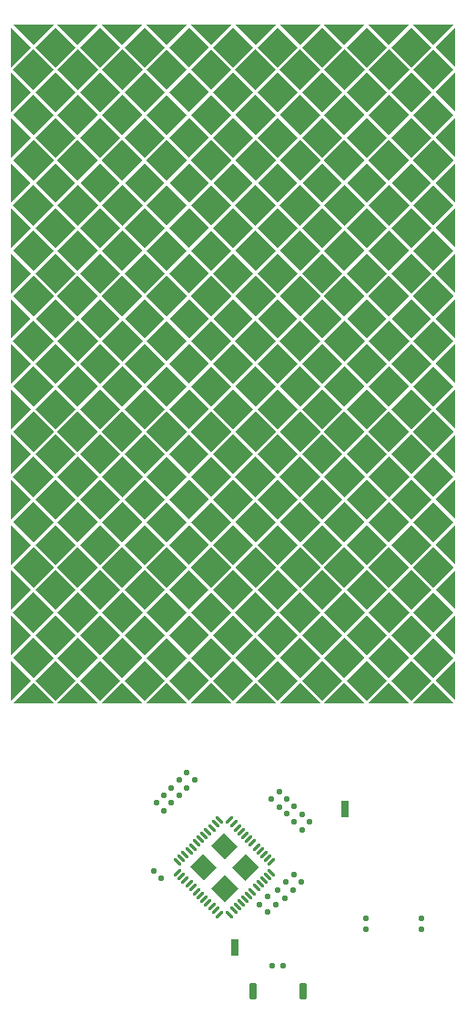
<source format=gtp>
G04*
G04 #@! TF.GenerationSoftware,Altium Limited,Altium Designer,23.8.1 (32)*
G04*
G04 Layer_Color=8421504*
%FSLAX44Y44*%
%MOMM*%
G71*
G04*
G04 #@! TF.SameCoordinates,2FF213BD-71F3-435E-98A3-311B6935AF75*
G04*
G04*
G04 #@! TF.FilePolarity,Positive*
G04*
G01*
G75*
G04:AMPARAMS|DCode=15|XSize=0.27mm|YSize=0.86mm|CornerRadius=0.0338mm|HoleSize=0mm|Usage=FLASHONLY|Rotation=135.000|XOffset=0mm|YOffset=0mm|HoleType=Round|Shape=RoundedRectangle|*
%AMROUNDEDRECTD15*
21,1,0.2700,0.7925,0,0,135.0*
21,1,0.2025,0.8600,0,0,135.0*
1,1,0.0675,0.2086,0.3518*
1,1,0.0675,0.3518,0.2086*
1,1,0.0675,-0.2086,-0.3518*
1,1,0.0675,-0.3518,-0.2086*
%
%ADD15ROUNDEDRECTD15*%
G04:AMPARAMS|DCode=16|XSize=0.86mm|YSize=0.27mm|CornerRadius=0.0338mm|HoleSize=0mm|Usage=FLASHONLY|Rotation=135.000|XOffset=0mm|YOffset=0mm|HoleType=Round|Shape=RoundedRectangle|*
%AMROUNDEDRECTD16*
21,1,0.8600,0.2025,0,0,135.0*
21,1,0.7925,0.2700,0,0,135.0*
1,1,0.0675,-0.2086,0.3518*
1,1,0.0675,0.3518,-0.2086*
1,1,0.0675,0.2086,-0.3518*
1,1,0.0675,-0.3518,0.2086*
%
%ADD16ROUNDEDRECTD16*%
G04:AMPARAMS|DCode=17|XSize=1.6mm|YSize=0.7mm|CornerRadius=0.175mm|HoleSize=0mm|Usage=FLASHONLY|Rotation=90.000|XOffset=0mm|YOffset=0mm|HoleType=Round|Shape=RoundedRectangle|*
%AMROUNDEDRECTD17*
21,1,1.6000,0.3500,0,0,90.0*
21,1,1.2500,0.7000,0,0,90.0*
1,1,0.3500,0.1750,0.6250*
1,1,0.3500,0.1750,-0.6250*
1,1,0.3500,-0.1750,-0.6250*
1,1,0.3500,-0.1750,0.6250*
%
%ADD17ROUNDEDRECTD17*%
G04:AMPARAMS|DCode=18|XSize=0.5mm|YSize=0.5mm|CornerRadius=0.125mm|HoleSize=0mm|Usage=FLASHONLY|Rotation=270.000|XOffset=0mm|YOffset=0mm|HoleType=Round|Shape=RoundedRectangle|*
%AMROUNDEDRECTD18*
21,1,0.5000,0.2500,0,0,270.0*
21,1,0.2500,0.5000,0,0,270.0*
1,1,0.2500,-0.1250,-0.1250*
1,1,0.2500,-0.1250,0.1250*
1,1,0.2500,0.1250,0.1250*
1,1,0.2500,0.1250,-0.1250*
%
%ADD18ROUNDEDRECTD18*%
G04:AMPARAMS|DCode=19|XSize=0.5mm|YSize=0.5mm|CornerRadius=0.125mm|HoleSize=0mm|Usage=FLASHONLY|Rotation=45.000|XOffset=0mm|YOffset=0mm|HoleType=Round|Shape=RoundedRectangle|*
%AMROUNDEDRECTD19*
21,1,0.5000,0.2500,0,0,45.0*
21,1,0.2500,0.5000,0,0,45.0*
1,1,0.2500,0.1768,0.0000*
1,1,0.2500,0.0000,-0.1768*
1,1,0.2500,-0.1768,0.0000*
1,1,0.2500,0.0000,0.1768*
%
%ADD19ROUNDEDRECTD19*%
G04:AMPARAMS|DCode=20|XSize=0.5mm|YSize=0.5mm|CornerRadius=0.125mm|HoleSize=0mm|Usage=FLASHONLY|Rotation=135.000|XOffset=0mm|YOffset=0mm|HoleType=Round|Shape=RoundedRectangle|*
%AMROUNDEDRECTD20*
21,1,0.5000,0.2500,0,0,135.0*
21,1,0.2500,0.5000,0,0,135.0*
1,1,0.2500,0.0000,0.1768*
1,1,0.2500,0.1768,0.0000*
1,1,0.2500,0.0000,-0.1768*
1,1,0.2500,-0.1768,0.0000*
%
%ADD20ROUNDEDRECTD20*%
G04:AMPARAMS|DCode=21|XSize=0.5mm|YSize=0.5mm|CornerRadius=0.125mm|HoleSize=0mm|Usage=FLASHONLY|Rotation=180.000|XOffset=0mm|YOffset=0mm|HoleType=Round|Shape=RoundedRectangle|*
%AMROUNDEDRECTD21*
21,1,0.5000,0.2500,0,0,180.0*
21,1,0.2500,0.5000,0,0,180.0*
1,1,0.2500,-0.1250,0.1250*
1,1,0.2500,0.1250,0.1250*
1,1,0.2500,0.1250,-0.1250*
1,1,0.2500,-0.1250,-0.1250*
%
%ADD21ROUNDEDRECTD21*%
%ADD22R,0.6858X1.5748*%
G36*
X552503Y906057D02*
X533603Y924957D01*
X571403D01*
X552503Y906057D01*
D02*
G37*
G36*
X511163D02*
X492263Y924957D01*
X530063D01*
X511163Y906057D01*
D02*
G37*
G36*
X469823D02*
X450924Y924957D01*
X488723D01*
X469823Y906057D01*
D02*
G37*
G36*
X428484D02*
X409584Y924957D01*
X447384D01*
X428484Y906057D01*
D02*
G37*
G36*
X387144D02*
X368244Y924957D01*
X406044D01*
X387144Y906057D01*
D02*
G37*
G36*
X345804D02*
X326904Y924957D01*
X364704D01*
X345804Y906057D01*
D02*
G37*
G36*
X304464D02*
X285564Y924957D01*
X323364D01*
X304464Y906057D01*
D02*
G37*
G36*
X263124D02*
X244224Y924957D01*
X282024D01*
X263124Y906057D01*
D02*
G37*
G36*
X221784D02*
X202884Y924957D01*
X240684D01*
X221784Y906057D01*
D02*
G37*
G36*
X180444D02*
X161544Y924957D01*
X199344D01*
X180444Y906057D01*
D02*
G37*
G36*
X573173Y903937D02*
Y885387D01*
X554623Y903937D01*
X573173Y922487D01*
Y903937D01*
D02*
G37*
G36*
X550383D02*
X531833Y885387D01*
X513283Y903937D01*
X531833Y922487D01*
X550383Y903937D01*
D02*
G37*
G36*
X509043D02*
X490493Y885387D01*
X471943Y903937D01*
X490493Y922487D01*
X509043Y903937D01*
D02*
G37*
G36*
X467704D02*
X449154Y885387D01*
X430603Y903937D01*
X449154Y922487D01*
X467704Y903937D01*
D02*
G37*
G36*
X426364D02*
X407814Y885387D01*
X389264Y903937D01*
X407814Y922487D01*
X426364Y903937D01*
D02*
G37*
G36*
X385024D02*
X366474Y885387D01*
X347924Y903937D01*
X366474Y922487D01*
X385024Y903937D01*
D02*
G37*
G36*
X343684D02*
X325134Y885387D01*
X306584Y903937D01*
X325134Y922487D01*
X343684Y903937D01*
D02*
G37*
G36*
X302344D02*
X283794Y885387D01*
X265244Y903937D01*
X283794Y922487D01*
X302344Y903937D01*
D02*
G37*
G36*
X261004D02*
X242454Y885387D01*
X223904Y903937D01*
X242454Y922487D01*
X261004Y903937D01*
D02*
G37*
G36*
X219664D02*
X201114Y885387D01*
X182564Y903937D01*
X201114Y922487D01*
X219664Y903937D01*
D02*
G37*
G36*
X178324D02*
X159774Y885387D01*
Y903937D01*
Y922487D01*
X178324Y903937D01*
D02*
G37*
G36*
X571403Y882917D02*
X552503Y864017D01*
X533603Y882917D01*
X552503Y901817D01*
X571403Y882917D01*
D02*
G37*
G36*
X530063D02*
X511163Y864017D01*
X492263Y882917D01*
X511163Y901817D01*
X530063Y882917D01*
D02*
G37*
G36*
X488723D02*
X469823Y864017D01*
X450924Y882917D01*
X469823Y901817D01*
X488723Y882917D01*
D02*
G37*
G36*
X447384D02*
X428484Y864017D01*
X409584Y882917D01*
X428484Y901817D01*
X447384Y882917D01*
D02*
G37*
G36*
X406044D02*
X387144Y864017D01*
X368244Y882917D01*
X387144Y901817D01*
X406044Y882917D01*
D02*
G37*
G36*
X364704D02*
X345804Y864017D01*
X326904Y882917D01*
X345804Y901817D01*
X364704Y882917D01*
D02*
G37*
G36*
X323364D02*
X304464Y864017D01*
X285564Y882917D01*
X304464Y901817D01*
X323364Y882917D01*
D02*
G37*
G36*
X282024D02*
X263124Y864017D01*
X244224Y882917D01*
X263124Y901817D01*
X282024Y882917D01*
D02*
G37*
G36*
X240684D02*
X221784Y864017D01*
X202884Y882917D01*
X221784Y901817D01*
X240684Y882917D01*
D02*
G37*
G36*
X199344D02*
X180444Y864017D01*
X161544Y882917D01*
X180444Y901817D01*
X199344Y882917D01*
D02*
G37*
G36*
X573173Y861897D02*
Y843347D01*
X554623Y861897D01*
X573173Y880447D01*
Y861897D01*
D02*
G37*
G36*
X550383D02*
X531833Y843347D01*
X513283Y861897D01*
X531833Y880447D01*
X550383Y861897D01*
D02*
G37*
G36*
X509043D02*
X490493Y843347D01*
X471943Y861897D01*
X490493Y880447D01*
X509043Y861897D01*
D02*
G37*
G36*
X467704D02*
X449154Y843347D01*
X430603Y861897D01*
X449154Y880447D01*
X467704Y861897D01*
D02*
G37*
G36*
X426364D02*
X407814Y843347D01*
X389264Y861897D01*
X407814Y880447D01*
X426364Y861897D01*
D02*
G37*
G36*
X385024D02*
X366474Y843347D01*
X347924Y861897D01*
X366474Y880447D01*
X385024Y861897D01*
D02*
G37*
G36*
X343684D02*
X325134Y843347D01*
X306584Y861897D01*
X325134Y880447D01*
X343684Y861897D01*
D02*
G37*
G36*
X302344D02*
X283794Y843347D01*
X265244Y861897D01*
X283794Y880447D01*
X302344Y861897D01*
D02*
G37*
G36*
X261004D02*
X242454Y843347D01*
X223904Y861897D01*
X242454Y880447D01*
X261004Y861897D01*
D02*
G37*
G36*
X219664D02*
X201114Y843347D01*
X182564Y861897D01*
X201114Y880447D01*
X219664Y861897D01*
D02*
G37*
G36*
X178324D02*
X159774Y843347D01*
Y861897D01*
Y880447D01*
X178324Y861897D01*
D02*
G37*
G36*
X571403Y840877D02*
X552503Y821977D01*
X533603Y840877D01*
X552503Y859777D01*
X571403Y840877D01*
D02*
G37*
G36*
X530063D02*
X511163Y821977D01*
X492263Y840877D01*
X511163Y859777D01*
X530063Y840877D01*
D02*
G37*
G36*
X488723D02*
X469823Y821977D01*
X450924Y840877D01*
X469823Y859777D01*
X488723Y840877D01*
D02*
G37*
G36*
X447384D02*
X428484Y821977D01*
X409584Y840877D01*
X428484Y859777D01*
X447384Y840877D01*
D02*
G37*
G36*
X406044D02*
X387144Y821977D01*
X368244Y840877D01*
X387144Y859777D01*
X406044Y840877D01*
D02*
G37*
G36*
X364704D02*
X345804Y821977D01*
X326904Y840877D01*
X345804Y859777D01*
X364704Y840877D01*
D02*
G37*
G36*
X323364D02*
X304464Y821977D01*
X285564Y840877D01*
X304464Y859777D01*
X323364Y840877D01*
D02*
G37*
G36*
X282024D02*
X263124Y821977D01*
X244224Y840877D01*
X263124Y859777D01*
X282024Y840877D01*
D02*
G37*
G36*
X240684D02*
X221784Y821977D01*
X202884Y840877D01*
X221784Y859777D01*
X240684Y840877D01*
D02*
G37*
G36*
X199344D02*
X180444Y821977D01*
X161544Y840877D01*
X180444Y859777D01*
X199344Y840877D01*
D02*
G37*
G36*
X573173Y819857D02*
Y801307D01*
X554623Y819857D01*
X573173Y838407D01*
Y819857D01*
D02*
G37*
G36*
X550383D02*
X531833Y801307D01*
X513283Y819857D01*
X531833Y838407D01*
X550383Y819857D01*
D02*
G37*
G36*
X509043D02*
X490493Y801307D01*
X471943Y819857D01*
X490493Y838407D01*
X509043Y819857D01*
D02*
G37*
G36*
X467704D02*
X449154Y801307D01*
X430603Y819857D01*
X449154Y838407D01*
X467704Y819857D01*
D02*
G37*
G36*
X426364D02*
X407814Y801307D01*
X389264Y819857D01*
X407814Y838407D01*
X426364Y819857D01*
D02*
G37*
G36*
X385024D02*
X366474Y801307D01*
X347924Y819857D01*
X366474Y838407D01*
X385024Y819857D01*
D02*
G37*
G36*
X343684D02*
X325134Y801307D01*
X306584Y819857D01*
X325134Y838407D01*
X343684Y819857D01*
D02*
G37*
G36*
X302344D02*
X283794Y801307D01*
X265244Y819857D01*
X283794Y838407D01*
X302344Y819857D01*
D02*
G37*
G36*
X261004D02*
X242454Y801307D01*
X223904Y819857D01*
X242454Y838407D01*
X261004Y819857D01*
D02*
G37*
G36*
X219664D02*
X201114Y801307D01*
X182564Y819857D01*
X201114Y838407D01*
X219664Y819857D01*
D02*
G37*
G36*
X178324D02*
X159774Y801307D01*
Y819857D01*
Y838407D01*
X178324Y819857D01*
D02*
G37*
G36*
X571403Y798837D02*
X552503Y779937D01*
X533603Y798837D01*
X552503Y817737D01*
X571403Y798837D01*
D02*
G37*
G36*
X530063D02*
X511163Y779937D01*
X492263Y798837D01*
X511163Y817737D01*
X530063Y798837D01*
D02*
G37*
G36*
X488723D02*
X469823Y779937D01*
X450924Y798837D01*
X469823Y817737D01*
X488723Y798837D01*
D02*
G37*
G36*
X447384D02*
X428484Y779937D01*
X409584Y798837D01*
X428484Y817737D01*
X447384Y798837D01*
D02*
G37*
G36*
X406044D02*
X387144Y779937D01*
X368244Y798837D01*
X387144Y817737D01*
X406044Y798837D01*
D02*
G37*
G36*
X364704D02*
X345804Y779937D01*
X326904Y798837D01*
X345804Y817737D01*
X364704Y798837D01*
D02*
G37*
G36*
X323364D02*
X304464Y779937D01*
X285564Y798837D01*
X304464Y817737D01*
X323364Y798837D01*
D02*
G37*
G36*
X282024D02*
X263124Y779937D01*
X244224Y798837D01*
X263124Y817737D01*
X282024Y798837D01*
D02*
G37*
G36*
X240684D02*
X221784Y779937D01*
X202884Y798837D01*
X221784Y817737D01*
X240684Y798837D01*
D02*
G37*
G36*
X199344D02*
X180444Y779937D01*
X161544Y798837D01*
X180444Y817737D01*
X199344Y798837D01*
D02*
G37*
G36*
X573173Y777817D02*
Y759267D01*
X554623Y777817D01*
X573173Y796367D01*
Y777817D01*
D02*
G37*
G36*
X550383D02*
X531833Y759267D01*
X513283Y777817D01*
X531833Y796367D01*
X550383Y777817D01*
D02*
G37*
G36*
X509043D02*
X490493Y759267D01*
X471943Y777817D01*
X490493Y796367D01*
X509043Y777817D01*
D02*
G37*
G36*
X467704D02*
X449154Y759267D01*
X430603Y777817D01*
X449154Y796367D01*
X467704Y777817D01*
D02*
G37*
G36*
X426364D02*
X407814Y759267D01*
X389264Y777817D01*
X407814Y796367D01*
X426364Y777817D01*
D02*
G37*
G36*
X385024D02*
X366474Y759267D01*
X347924Y777817D01*
X366474Y796367D01*
X385024Y777817D01*
D02*
G37*
G36*
X343684D02*
X325134Y759267D01*
X306584Y777817D01*
X325134Y796367D01*
X343684Y777817D01*
D02*
G37*
G36*
X302344D02*
X283794Y759267D01*
X265244Y777817D01*
X283794Y796367D01*
X302344Y777817D01*
D02*
G37*
G36*
X261004D02*
X242454Y759267D01*
X223904Y777817D01*
X242454Y796367D01*
X261004Y777817D01*
D02*
G37*
G36*
X219664D02*
X201114Y759267D01*
X182564Y777817D01*
X201114Y796367D01*
X219664Y777817D01*
D02*
G37*
G36*
X178324D02*
X159774Y759267D01*
Y777817D01*
Y796367D01*
X178324Y777817D01*
D02*
G37*
G36*
X571403Y756797D02*
X552503Y737897D01*
X533603Y756797D01*
X552503Y775697D01*
X571403Y756797D01*
D02*
G37*
G36*
X530063D02*
X511163Y737897D01*
X492263Y756797D01*
X511163Y775697D01*
X530063Y756797D01*
D02*
G37*
G36*
X488723D02*
X469823Y737897D01*
X450924Y756797D01*
X469823Y775697D01*
X488723Y756797D01*
D02*
G37*
G36*
X447384D02*
X428484Y737897D01*
X409584Y756797D01*
X428484Y775697D01*
X447384Y756797D01*
D02*
G37*
G36*
X406044D02*
X387144Y737897D01*
X368244Y756797D01*
X387144Y775697D01*
X406044Y756797D01*
D02*
G37*
G36*
X364704D02*
X345804Y737897D01*
X326904Y756797D01*
X345804Y775697D01*
X364704Y756797D01*
D02*
G37*
G36*
X323364D02*
X304464Y737897D01*
X285564Y756797D01*
X304464Y775697D01*
X323364Y756797D01*
D02*
G37*
G36*
X282024D02*
X263124Y737897D01*
X244224Y756797D01*
X263124Y775697D01*
X282024Y756797D01*
D02*
G37*
G36*
X240684D02*
X221784Y737897D01*
X202884Y756797D01*
X221784Y775697D01*
X240684Y756797D01*
D02*
G37*
G36*
X199344D02*
X180444Y737897D01*
X161544Y756797D01*
X180444Y775697D01*
X199344Y756797D01*
D02*
G37*
G36*
X573173Y735777D02*
Y717227D01*
X554623Y735777D01*
X573173Y754327D01*
Y735777D01*
D02*
G37*
G36*
X550383D02*
X531833Y717227D01*
X513283Y735777D01*
X531833Y754327D01*
X550383Y735777D01*
D02*
G37*
G36*
X509043D02*
X490493Y717227D01*
X471943Y735777D01*
X490493Y754327D01*
X509043Y735777D01*
D02*
G37*
G36*
X467704D02*
X449154Y717227D01*
X430603Y735777D01*
X449154Y754327D01*
X467704Y735777D01*
D02*
G37*
G36*
X426364D02*
X407814Y717227D01*
X389264Y735777D01*
X407814Y754327D01*
X426364Y735777D01*
D02*
G37*
G36*
X385024D02*
X366474Y717227D01*
X347924Y735777D01*
X366474Y754327D01*
X385024Y735777D01*
D02*
G37*
G36*
X343684D02*
X325134Y717227D01*
X306584Y735777D01*
X325134Y754327D01*
X343684Y735777D01*
D02*
G37*
G36*
X302344D02*
X283794Y717227D01*
X265244Y735777D01*
X283794Y754327D01*
X302344Y735777D01*
D02*
G37*
G36*
X261004D02*
X242454Y717227D01*
X223904Y735777D01*
X242454Y754327D01*
X261004Y735777D01*
D02*
G37*
G36*
X219664D02*
X201114Y717227D01*
X182564Y735777D01*
X201114Y754327D01*
X219664Y735777D01*
D02*
G37*
G36*
X178324D02*
X159774Y717227D01*
Y735777D01*
Y754327D01*
X178324Y735777D01*
D02*
G37*
G36*
X571403Y714757D02*
X552503Y695857D01*
X533603Y714757D01*
X552503Y733657D01*
X571403Y714757D01*
D02*
G37*
G36*
X530063D02*
X511163Y695857D01*
X492263Y714757D01*
X511163Y733657D01*
X530063Y714757D01*
D02*
G37*
G36*
X488723D02*
X469823Y695857D01*
X450924Y714757D01*
X469823Y733657D01*
X488723Y714757D01*
D02*
G37*
G36*
X447384D02*
X428484Y695857D01*
X409584Y714757D01*
X428484Y733657D01*
X447384Y714757D01*
D02*
G37*
G36*
X406044D02*
X387144Y695857D01*
X368244Y714757D01*
X387144Y733657D01*
X406044Y714757D01*
D02*
G37*
G36*
X364704D02*
X345804Y695857D01*
X326904Y714757D01*
X345804Y733657D01*
X364704Y714757D01*
D02*
G37*
G36*
X323364D02*
X304464Y695857D01*
X285564Y714757D01*
X304464Y733657D01*
X323364Y714757D01*
D02*
G37*
G36*
X282024D02*
X263124Y695857D01*
X244224Y714757D01*
X263124Y733657D01*
X282024Y714757D01*
D02*
G37*
G36*
X240684D02*
X221784Y695857D01*
X202884Y714757D01*
X221784Y733657D01*
X240684Y714757D01*
D02*
G37*
G36*
X199344D02*
X180444Y695857D01*
X161544Y714757D01*
X180444Y733657D01*
X199344Y714757D01*
D02*
G37*
G36*
X573173Y693737D02*
Y675187D01*
X554623Y693737D01*
X573173Y712287D01*
Y693737D01*
D02*
G37*
G36*
X550383D02*
X531833Y675187D01*
X513283Y693737D01*
X531833Y712287D01*
X550383Y693737D01*
D02*
G37*
G36*
X509043D02*
X490493Y675187D01*
X471943Y693737D01*
X490493Y712287D01*
X509043Y693737D01*
D02*
G37*
G36*
X467704D02*
X449154Y675187D01*
X430603Y693737D01*
X449154Y712287D01*
X467704Y693737D01*
D02*
G37*
G36*
X426364D02*
X407814Y675187D01*
X389264Y693737D01*
X407814Y712287D01*
X426364Y693737D01*
D02*
G37*
G36*
X385024D02*
X366474Y675187D01*
X347924Y693737D01*
X366474Y712287D01*
X385024Y693737D01*
D02*
G37*
G36*
X343684D02*
X325134Y675187D01*
X306584Y693737D01*
X325134Y712287D01*
X343684Y693737D01*
D02*
G37*
G36*
X302344D02*
X283794Y675187D01*
X265244Y693737D01*
X283794Y712287D01*
X302344Y693737D01*
D02*
G37*
G36*
X261004D02*
X242454Y675187D01*
X223904Y693737D01*
X242454Y712287D01*
X261004Y693737D01*
D02*
G37*
G36*
X219664D02*
X201114Y675187D01*
X182564Y693737D01*
X201114Y712287D01*
X219664Y693737D01*
D02*
G37*
G36*
X178324D02*
X159774Y675187D01*
Y693737D01*
Y712287D01*
X178324Y693737D01*
D02*
G37*
G36*
X571403Y672717D02*
X552503Y653817D01*
X533603Y672717D01*
X552503Y691617D01*
X571403Y672717D01*
D02*
G37*
G36*
X530063D02*
X511163Y653817D01*
X492263Y672717D01*
X511163Y691617D01*
X530063Y672717D01*
D02*
G37*
G36*
X488723D02*
X469823Y653817D01*
X450924Y672717D01*
X469823Y691617D01*
X488723Y672717D01*
D02*
G37*
G36*
X447384D02*
X428484Y653817D01*
X409584Y672717D01*
X428484Y691617D01*
X447384Y672717D01*
D02*
G37*
G36*
X406044D02*
X387144Y653817D01*
X368244Y672717D01*
X387144Y691617D01*
X406044Y672717D01*
D02*
G37*
G36*
X364704D02*
X345804Y653817D01*
X326904Y672717D01*
X345804Y691617D01*
X364704Y672717D01*
D02*
G37*
G36*
X323364D02*
X304464Y653817D01*
X285564Y672717D01*
X304464Y691617D01*
X323364Y672717D01*
D02*
G37*
G36*
X282024D02*
X263124Y653817D01*
X244224Y672717D01*
X263124Y691617D01*
X282024Y672717D01*
D02*
G37*
G36*
X240684D02*
X221784Y653817D01*
X202884Y672717D01*
X221784Y691617D01*
X240684Y672717D01*
D02*
G37*
G36*
X199344D02*
X180444Y653817D01*
X161544Y672717D01*
X180444Y691617D01*
X199344Y672717D01*
D02*
G37*
G36*
X573173Y651697D02*
Y633147D01*
X554623Y651697D01*
X573173Y670247D01*
Y651697D01*
D02*
G37*
G36*
X550383D02*
X531833Y633147D01*
X513283Y651697D01*
X531833Y670247D01*
X550383Y651697D01*
D02*
G37*
G36*
X509043D02*
X490493Y633147D01*
X471943Y651697D01*
X490493Y670247D01*
X509043Y651697D01*
D02*
G37*
G36*
X467704D02*
X449154Y633147D01*
X430603Y651697D01*
X449154Y670247D01*
X467704Y651697D01*
D02*
G37*
G36*
X426364D02*
X407814Y633147D01*
X389264Y651697D01*
X407814Y670247D01*
X426364Y651697D01*
D02*
G37*
G36*
X385024D02*
X366474Y633147D01*
X347924Y651697D01*
X366474Y670247D01*
X385024Y651697D01*
D02*
G37*
G36*
X343684D02*
X325134Y633147D01*
X306584Y651697D01*
X325134Y670247D01*
X343684Y651697D01*
D02*
G37*
G36*
X302344D02*
X283794Y633147D01*
X265244Y651697D01*
X283794Y670247D01*
X302344Y651697D01*
D02*
G37*
G36*
X261004D02*
X242454Y633147D01*
X223904Y651697D01*
X242454Y670247D01*
X261004Y651697D01*
D02*
G37*
G36*
X219664D02*
X201114Y633147D01*
X182564Y651697D01*
X201114Y670247D01*
X219664Y651697D01*
D02*
G37*
G36*
X178324D02*
X159774Y633147D01*
Y651697D01*
Y670247D01*
X178324Y651697D01*
D02*
G37*
G36*
X571403Y630677D02*
X552503Y611777D01*
X533603Y630677D01*
X552503Y649577D01*
X571403Y630677D01*
D02*
G37*
G36*
X530063D02*
X511163Y611777D01*
X492263Y630677D01*
X511163Y649577D01*
X530063Y630677D01*
D02*
G37*
G36*
X488723D02*
X469823Y611777D01*
X450924Y630677D01*
X469823Y649577D01*
X488723Y630677D01*
D02*
G37*
G36*
X447384D02*
X428484Y611777D01*
X409584Y630677D01*
X428484Y649577D01*
X447384Y630677D01*
D02*
G37*
G36*
X406044D02*
X387144Y611777D01*
X368244Y630677D01*
X387144Y649577D01*
X406044Y630677D01*
D02*
G37*
G36*
X364704D02*
X345804Y611777D01*
X326904Y630677D01*
X345804Y649577D01*
X364704Y630677D01*
D02*
G37*
G36*
X323364D02*
X304464Y611777D01*
X285564Y630677D01*
X304464Y649577D01*
X323364Y630677D01*
D02*
G37*
G36*
X282024D02*
X263124Y611777D01*
X244224Y630677D01*
X263124Y649577D01*
X282024Y630677D01*
D02*
G37*
G36*
X240684D02*
X221784Y611777D01*
X202884Y630677D01*
X221784Y649577D01*
X240684Y630677D01*
D02*
G37*
G36*
X199344D02*
X180444Y611777D01*
X161544Y630677D01*
X180444Y649577D01*
X199344Y630677D01*
D02*
G37*
G36*
X573173Y609657D02*
Y591107D01*
X554623Y609657D01*
X573173Y628207D01*
Y609657D01*
D02*
G37*
G36*
X550383D02*
X531833Y591107D01*
X513283Y609657D01*
X531833Y628207D01*
X550383Y609657D01*
D02*
G37*
G36*
X509043D02*
X490493Y591107D01*
X471943Y609657D01*
X490493Y628207D01*
X509043Y609657D01*
D02*
G37*
G36*
X467704D02*
X449154Y591107D01*
X430603Y609657D01*
X449154Y628207D01*
X467704Y609657D01*
D02*
G37*
G36*
X426364D02*
X407814Y591107D01*
X389264Y609657D01*
X407814Y628207D01*
X426364Y609657D01*
D02*
G37*
G36*
X385024D02*
X366474Y591107D01*
X347924Y609657D01*
X366474Y628207D01*
X385024Y609657D01*
D02*
G37*
G36*
X343684D02*
X325134Y591107D01*
X306584Y609657D01*
X325134Y628207D01*
X343684Y609657D01*
D02*
G37*
G36*
X302344D02*
X283794Y591107D01*
X265244Y609657D01*
X283794Y628207D01*
X302344Y609657D01*
D02*
G37*
G36*
X261004D02*
X242454Y591107D01*
X223904Y609657D01*
X242454Y628207D01*
X261004Y609657D01*
D02*
G37*
G36*
X219664D02*
X201114Y591107D01*
X182564Y609657D01*
X201114Y628207D01*
X219664Y609657D01*
D02*
G37*
G36*
X178324D02*
X159774Y591107D01*
Y609657D01*
Y628207D01*
X178324Y609657D01*
D02*
G37*
G36*
X571403Y588637D02*
X552503Y569737D01*
X533603Y588637D01*
X552503Y607537D01*
X571403Y588637D01*
D02*
G37*
G36*
X530063D02*
X511163Y569737D01*
X492263Y588637D01*
X511163Y607537D01*
X530063Y588637D01*
D02*
G37*
G36*
X488723D02*
X469823Y569737D01*
X450924Y588637D01*
X469823Y607537D01*
X488723Y588637D01*
D02*
G37*
G36*
X447384D02*
X428484Y569737D01*
X409584Y588637D01*
X428484Y607537D01*
X447384Y588637D01*
D02*
G37*
G36*
X406044D02*
X387144Y569737D01*
X368244Y588637D01*
X387144Y607537D01*
X406044Y588637D01*
D02*
G37*
G36*
X364704D02*
X345804Y569737D01*
X326904Y588637D01*
X345804Y607537D01*
X364704Y588637D01*
D02*
G37*
G36*
X323364D02*
X304464Y569737D01*
X285564Y588637D01*
X304464Y607537D01*
X323364Y588637D01*
D02*
G37*
G36*
X282024D02*
X263124Y569737D01*
X244224Y588637D01*
X263124Y607537D01*
X282024Y588637D01*
D02*
G37*
G36*
X240684D02*
X221784Y569737D01*
X202884Y588637D01*
X221784Y607537D01*
X240684Y588637D01*
D02*
G37*
G36*
X199344D02*
X180444Y569737D01*
X161544Y588637D01*
X180444Y607537D01*
X199344Y588637D01*
D02*
G37*
G36*
X573173Y567617D02*
Y549067D01*
X554623Y567617D01*
X573173Y586167D01*
Y567617D01*
D02*
G37*
G36*
X550383D02*
X531833Y549067D01*
X513283Y567617D01*
X531833Y586167D01*
X550383Y567617D01*
D02*
G37*
G36*
X509043D02*
X490493Y549067D01*
X471943Y567617D01*
X490493Y586167D01*
X509043Y567617D01*
D02*
G37*
G36*
X467704D02*
X449154Y549067D01*
X430603Y567617D01*
X449154Y586167D01*
X467704Y567617D01*
D02*
G37*
G36*
X426364D02*
X407814Y549067D01*
X389264Y567617D01*
X407814Y586167D01*
X426364Y567617D01*
D02*
G37*
G36*
X385024D02*
X366474Y549067D01*
X347924Y567617D01*
X366474Y586167D01*
X385024Y567617D01*
D02*
G37*
G36*
X343684D02*
X325134Y549067D01*
X306584Y567617D01*
X325134Y586167D01*
X343684Y567617D01*
D02*
G37*
G36*
X302344D02*
X283794Y549067D01*
X265244Y567617D01*
X283794Y586167D01*
X302344Y567617D01*
D02*
G37*
G36*
X261004D02*
X242454Y549067D01*
X223904Y567617D01*
X242454Y586167D01*
X261004Y567617D01*
D02*
G37*
G36*
X219664D02*
X201114Y549067D01*
X182564Y567617D01*
X201114Y586167D01*
X219664Y567617D01*
D02*
G37*
G36*
X178324D02*
X159774Y549067D01*
Y567617D01*
Y586167D01*
X178324Y567617D01*
D02*
G37*
G36*
X571403Y546597D02*
X552503Y527697D01*
X533603Y546597D01*
X552503Y565497D01*
X571403Y546597D01*
D02*
G37*
G36*
X530063D02*
X511163Y527697D01*
X492263Y546597D01*
X511163Y565497D01*
X530063Y546597D01*
D02*
G37*
G36*
X488723D02*
X469823Y527697D01*
X450924Y546597D01*
X469823Y565497D01*
X488723Y546597D01*
D02*
G37*
G36*
X447384D02*
X428484Y527697D01*
X409584Y546597D01*
X428484Y565497D01*
X447384Y546597D01*
D02*
G37*
G36*
X406044D02*
X387144Y527697D01*
X368244Y546597D01*
X387144Y565497D01*
X406044Y546597D01*
D02*
G37*
G36*
X364704D02*
X345804Y527697D01*
X326904Y546597D01*
X345804Y565497D01*
X364704Y546597D01*
D02*
G37*
G36*
X323364D02*
X304464Y527697D01*
X285564Y546597D01*
X304464Y565497D01*
X323364Y546597D01*
D02*
G37*
G36*
X282024D02*
X263124Y527697D01*
X244224Y546597D01*
X263124Y565497D01*
X282024Y546597D01*
D02*
G37*
G36*
X240684D02*
X221784Y527697D01*
X202884Y546597D01*
X221784Y565497D01*
X240684Y546597D01*
D02*
G37*
G36*
X199344D02*
X180444Y527697D01*
X161544Y546597D01*
X180444Y565497D01*
X199344Y546597D01*
D02*
G37*
G36*
X573173Y525577D02*
Y507027D01*
X554623Y525577D01*
X573173Y544127D01*
Y525577D01*
D02*
G37*
G36*
X550383D02*
X531833Y507027D01*
X513283Y525577D01*
X531833Y544127D01*
X550383Y525577D01*
D02*
G37*
G36*
X509043D02*
X490493Y507027D01*
X471943Y525577D01*
X490493Y544127D01*
X509043Y525577D01*
D02*
G37*
G36*
X467704D02*
X449154Y507027D01*
X430603Y525577D01*
X449154Y544127D01*
X467704Y525577D01*
D02*
G37*
G36*
X426364D02*
X407814Y507027D01*
X389264Y525577D01*
X407814Y544127D01*
X426364Y525577D01*
D02*
G37*
G36*
X385024D02*
X366474Y507027D01*
X347924Y525577D01*
X366474Y544127D01*
X385024Y525577D01*
D02*
G37*
G36*
X343684D02*
X325134Y507027D01*
X306584Y525577D01*
X325134Y544127D01*
X343684Y525577D01*
D02*
G37*
G36*
X302344D02*
X283794Y507027D01*
X265244Y525577D01*
X283794Y544127D01*
X302344Y525577D01*
D02*
G37*
G36*
X261004D02*
X242454Y507027D01*
X223904Y525577D01*
X242454Y544127D01*
X261004Y525577D01*
D02*
G37*
G36*
X219664D02*
X201114Y507027D01*
X182564Y525577D01*
X201114Y544127D01*
X219664Y525577D01*
D02*
G37*
G36*
X178324D02*
X159774Y507027D01*
Y525577D01*
Y544127D01*
X178324Y525577D01*
D02*
G37*
G36*
X571403Y504557D02*
X552503Y485657D01*
X533603Y504557D01*
X552503Y523457D01*
X571403Y504557D01*
D02*
G37*
G36*
X530063D02*
X511163Y485657D01*
X492263Y504557D01*
X511163Y523457D01*
X530063Y504557D01*
D02*
G37*
G36*
X488723D02*
X469823Y485657D01*
X450924Y504557D01*
X469823Y523457D01*
X488723Y504557D01*
D02*
G37*
G36*
X447384D02*
X428484Y485657D01*
X409584Y504557D01*
X428484Y523457D01*
X447384Y504557D01*
D02*
G37*
G36*
X406044D02*
X387144Y485657D01*
X368244Y504557D01*
X387144Y523457D01*
X406044Y504557D01*
D02*
G37*
G36*
X364704D02*
X345804Y485657D01*
X326904Y504557D01*
X345804Y523457D01*
X364704Y504557D01*
D02*
G37*
G36*
X323364D02*
X304464Y485657D01*
X285564Y504557D01*
X304464Y523457D01*
X323364Y504557D01*
D02*
G37*
G36*
X282024D02*
X263124Y485657D01*
X244224Y504557D01*
X263124Y523457D01*
X282024Y504557D01*
D02*
G37*
G36*
X240684D02*
X221784Y485657D01*
X202884Y504557D01*
X221784Y523457D01*
X240684Y504557D01*
D02*
G37*
G36*
X199344D02*
X180444Y485657D01*
X161544Y504557D01*
X180444Y523457D01*
X199344Y504557D01*
D02*
G37*
G36*
X573173Y483537D02*
Y464987D01*
X554623Y483537D01*
X573173Y502087D01*
Y483537D01*
D02*
G37*
G36*
X550383D02*
X531833Y464987D01*
X513283Y483537D01*
X531833Y502087D01*
X550383Y483537D01*
D02*
G37*
G36*
X509043D02*
X490493Y464987D01*
X471943Y483537D01*
X490493Y502087D01*
X509043Y483537D01*
D02*
G37*
G36*
X467704D02*
X449154Y464987D01*
X430603Y483537D01*
X449154Y502087D01*
X467704Y483537D01*
D02*
G37*
G36*
X426364D02*
X407814Y464987D01*
X389264Y483537D01*
X407814Y502087D01*
X426364Y483537D01*
D02*
G37*
G36*
X385024D02*
X366474Y464987D01*
X347924Y483537D01*
X366474Y502087D01*
X385024Y483537D01*
D02*
G37*
G36*
X343684D02*
X325134Y464987D01*
X306584Y483537D01*
X325134Y502087D01*
X343684Y483537D01*
D02*
G37*
G36*
X302344D02*
X283794Y464987D01*
X265244Y483537D01*
X283794Y502087D01*
X302344Y483537D01*
D02*
G37*
G36*
X261004D02*
X242454Y464987D01*
X223904Y483537D01*
X242454Y502087D01*
X261004Y483537D01*
D02*
G37*
G36*
X219664D02*
X201114Y464987D01*
X182564Y483537D01*
X201114Y502087D01*
X219664Y483537D01*
D02*
G37*
G36*
X178324D02*
X159774Y464987D01*
Y483537D01*
Y502087D01*
X178324Y483537D01*
D02*
G37*
G36*
X571403Y462517D02*
X552503Y443617D01*
X533603Y462517D01*
X552503Y481417D01*
X571403Y462517D01*
D02*
G37*
G36*
X530063D02*
X511163Y443617D01*
X492263Y462517D01*
X511163Y481417D01*
X530063Y462517D01*
D02*
G37*
G36*
X488723D02*
X469823Y443617D01*
X450924Y462517D01*
X469823Y481417D01*
X488723Y462517D01*
D02*
G37*
G36*
X447384D02*
X428484Y443617D01*
X409584Y462517D01*
X428484Y481417D01*
X447384Y462517D01*
D02*
G37*
G36*
X406044D02*
X387144Y443617D01*
X368244Y462517D01*
X387144Y481417D01*
X406044Y462517D01*
D02*
G37*
G36*
X364704D02*
X345804Y443617D01*
X326904Y462517D01*
X345804Y481417D01*
X364704Y462517D01*
D02*
G37*
G36*
X323364D02*
X304464Y443617D01*
X285564Y462517D01*
X304464Y481417D01*
X323364Y462517D01*
D02*
G37*
G36*
X282024D02*
X263124Y443617D01*
X244224Y462517D01*
X263124Y481417D01*
X282024Y462517D01*
D02*
G37*
G36*
X240684D02*
X221784Y443617D01*
X202884Y462517D01*
X221784Y481417D01*
X240684Y462517D01*
D02*
G37*
G36*
X199344D02*
X180444Y443617D01*
X161544Y462517D01*
X180444Y481417D01*
X199344Y462517D01*
D02*
G37*
G36*
X573173Y441497D02*
Y422947D01*
X554623Y441497D01*
X573173Y460047D01*
Y441497D01*
D02*
G37*
G36*
X550383D02*
X531833Y422947D01*
X513283Y441497D01*
X531833Y460047D01*
X550383Y441497D01*
D02*
G37*
G36*
X509043D02*
X490493Y422947D01*
X471943Y441497D01*
X490493Y460047D01*
X509043Y441497D01*
D02*
G37*
G36*
X467704D02*
X449154Y422947D01*
X430603Y441497D01*
X449154Y460047D01*
X467704Y441497D01*
D02*
G37*
G36*
X426364D02*
X407814Y422947D01*
X389264Y441497D01*
X407814Y460047D01*
X426364Y441497D01*
D02*
G37*
G36*
X385024D02*
X366474Y422947D01*
X347924Y441497D01*
X366474Y460047D01*
X385024Y441497D01*
D02*
G37*
G36*
X343684D02*
X325134Y422947D01*
X306584Y441497D01*
X325134Y460047D01*
X343684Y441497D01*
D02*
G37*
G36*
X302344D02*
X283794Y422947D01*
X265244Y441497D01*
X283794Y460047D01*
X302344Y441497D01*
D02*
G37*
G36*
X261004D02*
X242454Y422947D01*
X223904Y441497D01*
X242454Y460047D01*
X261004Y441497D01*
D02*
G37*
G36*
X219664D02*
X201114Y422947D01*
X182564Y441497D01*
X201114Y460047D01*
X219664Y441497D01*
D02*
G37*
G36*
X178324D02*
X159774Y422947D01*
Y441497D01*
Y460047D01*
X178324Y441497D01*
D02*
G37*
G36*
X571403Y420477D02*
X552503Y401577D01*
X533603Y420477D01*
X552503Y439377D01*
X571403Y420477D01*
D02*
G37*
G36*
X530063D02*
X511163Y401577D01*
X492263Y420477D01*
X511163Y439377D01*
X530063Y420477D01*
D02*
G37*
G36*
X488723D02*
X469823Y401577D01*
X450924Y420477D01*
X469823Y439377D01*
X488723Y420477D01*
D02*
G37*
G36*
X447384D02*
X428484Y401577D01*
X409584Y420477D01*
X428484Y439377D01*
X447384Y420477D01*
D02*
G37*
G36*
X406044D02*
X387144Y401577D01*
X368244Y420477D01*
X387144Y439377D01*
X406044Y420477D01*
D02*
G37*
G36*
X364704D02*
X345804Y401577D01*
X326904Y420477D01*
X345804Y439377D01*
X364704Y420477D01*
D02*
G37*
G36*
X323364D02*
X304464Y401577D01*
X285564Y420477D01*
X304464Y439377D01*
X323364Y420477D01*
D02*
G37*
G36*
X282024D02*
X263124Y401577D01*
X244224Y420477D01*
X263124Y439377D01*
X282024Y420477D01*
D02*
G37*
G36*
X240684D02*
X221784Y401577D01*
X202884Y420477D01*
X221784Y439377D01*
X240684Y420477D01*
D02*
G37*
G36*
X199344D02*
X180444Y401577D01*
X161544Y420477D01*
X180444Y439377D01*
X199344Y420477D01*
D02*
G37*
G36*
X573173Y399457D02*
Y380907D01*
X554623Y399457D01*
X573173Y418007D01*
Y399457D01*
D02*
G37*
G36*
X550383D02*
X531833Y380907D01*
X513283Y399457D01*
X531833Y418007D01*
X550383Y399457D01*
D02*
G37*
G36*
X509043D02*
X490493Y380907D01*
X471943Y399457D01*
X490493Y418007D01*
X509043Y399457D01*
D02*
G37*
G36*
X467704D02*
X449154Y380907D01*
X430603Y399457D01*
X449154Y418007D01*
X467704Y399457D01*
D02*
G37*
G36*
X426364D02*
X407814Y380907D01*
X389264Y399457D01*
X407814Y418007D01*
X426364Y399457D01*
D02*
G37*
G36*
X385024D02*
X366474Y380907D01*
X347924Y399457D01*
X366474Y418007D01*
X385024Y399457D01*
D02*
G37*
G36*
X343684D02*
X325134Y380907D01*
X306584Y399457D01*
X325134Y418007D01*
X343684Y399457D01*
D02*
G37*
G36*
X302344D02*
X283794Y380907D01*
X265244Y399457D01*
X283794Y418007D01*
X302344Y399457D01*
D02*
G37*
G36*
X261004D02*
X242454Y380907D01*
X223904Y399457D01*
X242454Y418007D01*
X261004Y399457D01*
D02*
G37*
G36*
X219664D02*
X201114Y380907D01*
X182564Y399457D01*
X201114Y418007D01*
X219664Y399457D01*
D02*
G37*
G36*
X178324D02*
X159774Y380907D01*
Y399457D01*
Y418007D01*
X178324Y399457D01*
D02*
G37*
G36*
X571403Y378437D02*
X552503Y359537D01*
X533603Y378437D01*
X552503Y397337D01*
X571403Y378437D01*
D02*
G37*
G36*
X530063D02*
X511163Y359537D01*
X492263Y378437D01*
X511163Y397337D01*
X530063Y378437D01*
D02*
G37*
G36*
X488723D02*
X469823Y359537D01*
X450924Y378437D01*
X469823Y397337D01*
X488723Y378437D01*
D02*
G37*
G36*
X447384D02*
X428484Y359537D01*
X409584Y378437D01*
X428484Y397337D01*
X447384Y378437D01*
D02*
G37*
G36*
X406044D02*
X387144Y359537D01*
X368244Y378437D01*
X387144Y397337D01*
X406044Y378437D01*
D02*
G37*
G36*
X364704D02*
X345804Y359537D01*
X326904Y378437D01*
X345804Y397337D01*
X364704Y378437D01*
D02*
G37*
G36*
X323364D02*
X304464Y359537D01*
X285564Y378437D01*
X304464Y397337D01*
X323364Y378437D01*
D02*
G37*
G36*
X282024D02*
X263124Y359537D01*
X244224Y378437D01*
X263124Y397337D01*
X282024Y378437D01*
D02*
G37*
G36*
X240684D02*
X221784Y359537D01*
X202884Y378437D01*
X221784Y397337D01*
X240684Y378437D01*
D02*
G37*
G36*
X199344D02*
X180444Y359537D01*
X161544Y378437D01*
X180444Y397337D01*
X199344Y378437D01*
D02*
G37*
G36*
X573173Y357417D02*
Y338867D01*
X554623Y357417D01*
X573173Y375967D01*
Y357417D01*
D02*
G37*
G36*
X550383D02*
X531833Y338867D01*
X513283Y357417D01*
X531833Y375967D01*
X550383Y357417D01*
D02*
G37*
G36*
X509043D02*
X490493Y338867D01*
X471943Y357417D01*
X490493Y375967D01*
X509043Y357417D01*
D02*
G37*
G36*
X467704D02*
X449154Y338867D01*
X430603Y357417D01*
X449154Y375967D01*
X467704Y357417D01*
D02*
G37*
G36*
X426364D02*
X407814Y338867D01*
X389264Y357417D01*
X407814Y375967D01*
X426364Y357417D01*
D02*
G37*
G36*
X385024D02*
X366474Y338867D01*
X347924Y357417D01*
X366474Y375967D01*
X385024Y357417D01*
D02*
G37*
G36*
X343684D02*
X325134Y338867D01*
X306584Y357417D01*
X325134Y375967D01*
X343684Y357417D01*
D02*
G37*
G36*
X302344D02*
X283794Y338867D01*
X265244Y357417D01*
X283794Y375967D01*
X302344Y357417D01*
D02*
G37*
G36*
X261004D02*
X242454Y338867D01*
X223904Y357417D01*
X242454Y375967D01*
X261004Y357417D01*
D02*
G37*
G36*
X219664D02*
X201114Y338867D01*
X182564Y357417D01*
X201114Y375967D01*
X219664Y357417D01*
D02*
G37*
G36*
X178324D02*
X159774Y338867D01*
Y357417D01*
Y375967D01*
X178324Y357417D01*
D02*
G37*
G36*
X571403Y336397D02*
X552503Y317497D01*
X533603Y336397D01*
X552503Y355297D01*
X571403Y336397D01*
D02*
G37*
G36*
X530063D02*
X511163Y317497D01*
X492263Y336397D01*
X511163Y355297D01*
X530063Y336397D01*
D02*
G37*
G36*
X488723D02*
X469823Y317497D01*
X450924Y336397D01*
X469823Y355297D01*
X488723Y336397D01*
D02*
G37*
G36*
X447384D02*
X428484Y317497D01*
X409584Y336397D01*
X428484Y355297D01*
X447384Y336397D01*
D02*
G37*
G36*
X406044D02*
X387144Y317497D01*
X368244Y336397D01*
X387144Y355297D01*
X406044Y336397D01*
D02*
G37*
G36*
X364704D02*
X345804Y317497D01*
X326904Y336397D01*
X345804Y355297D01*
X364704Y336397D01*
D02*
G37*
G36*
X323364D02*
X304464Y317497D01*
X285564Y336397D01*
X304464Y355297D01*
X323364Y336397D01*
D02*
G37*
G36*
X282024D02*
X263124Y317497D01*
X244224Y336397D01*
X263124Y355297D01*
X282024Y336397D01*
D02*
G37*
G36*
X240684D02*
X221784Y317497D01*
X202884Y336397D01*
X221784Y355297D01*
X240684Y336397D01*
D02*
G37*
G36*
X199344D02*
X180444Y317497D01*
X161544Y336397D01*
X180444Y355297D01*
X199344Y336397D01*
D02*
G37*
G36*
X573173Y315377D02*
Y296827D01*
X554623Y315377D01*
X573173Y333927D01*
Y315377D01*
D02*
G37*
G36*
X550383D02*
X531833Y296827D01*
X513283Y315377D01*
X531833Y333927D01*
X550383Y315377D01*
D02*
G37*
G36*
X509043D02*
X490493Y296827D01*
X471943Y315377D01*
X490493Y333927D01*
X509043Y315377D01*
D02*
G37*
G36*
X467704D02*
X449154Y296827D01*
X430603Y315377D01*
X449154Y333927D01*
X467704Y315377D01*
D02*
G37*
G36*
X426364D02*
X407814Y296827D01*
X389264Y315377D01*
X407814Y333927D01*
X426364Y315377D01*
D02*
G37*
G36*
X385024D02*
X366474Y296827D01*
X347924Y315377D01*
X366474Y333927D01*
X385024Y315377D01*
D02*
G37*
G36*
X343684D02*
X325134Y296827D01*
X306584Y315377D01*
X325134Y333927D01*
X343684Y315377D01*
D02*
G37*
G36*
X302344D02*
X283794Y296827D01*
X265244Y315377D01*
X283794Y333927D01*
X302344Y315377D01*
D02*
G37*
G36*
X261004D02*
X242454Y296827D01*
X223904Y315377D01*
X242454Y333927D01*
X261004Y315377D01*
D02*
G37*
G36*
X219664D02*
X201114Y296827D01*
X182564Y315377D01*
X201114Y333927D01*
X219664Y315377D01*
D02*
G37*
G36*
X178324D02*
X159774Y296827D01*
Y315377D01*
Y333927D01*
X178324Y315377D01*
D02*
G37*
G36*
X571403Y294357D02*
X533603D01*
X552503Y313257D01*
X571403Y294357D01*
D02*
G37*
G36*
X530063D02*
X492263D01*
X511163Y313257D01*
X530063Y294357D01*
D02*
G37*
G36*
X488723D02*
X450924D01*
X469823Y313257D01*
X488723Y294357D01*
D02*
G37*
G36*
X447384D02*
X409584D01*
X428484Y313257D01*
X447384Y294357D01*
D02*
G37*
G36*
X406044D02*
X368244D01*
X387144Y313257D01*
X406044Y294357D01*
D02*
G37*
G36*
X364704D02*
X326904D01*
X345804Y313257D01*
X364704Y294357D01*
D02*
G37*
G36*
X323364D02*
X285564D01*
X304464Y313257D01*
X323364Y294357D01*
D02*
G37*
G36*
X282024D02*
X244224D01*
X263124Y313257D01*
X282024Y294357D01*
D02*
G37*
G36*
X240684D02*
X202884D01*
X221784Y313257D01*
X240684Y294357D01*
D02*
G37*
G36*
X199344D02*
X161544D01*
X180444Y313257D01*
X199344Y294357D01*
D02*
G37*
G36*
X370503Y161107D02*
X358270Y148874D01*
X345684Y161461D01*
X357917Y173694D01*
X370503Y161107D01*
D02*
G37*
G36*
X351058Y141662D02*
X338825Y129429D01*
X326238Y142015D01*
X338471Y154248D01*
X351058Y141662D01*
D02*
G37*
G36*
X390302Y141308D02*
X378069Y129075D01*
X365483Y141662D01*
X377716Y153895D01*
X390302Y141308D01*
D02*
G37*
G36*
X370857Y121863D02*
X358624Y109630D01*
X346037Y122216D01*
X358270Y134449D01*
X370857Y121863D01*
D02*
G37*
D15*
X402005Y146505D02*
D03*
X398469Y150041D02*
D03*
X394934Y153576D02*
D03*
X391398Y157112D02*
D03*
X387863Y160648D02*
D03*
X384327Y164183D02*
D03*
X380792Y167719D02*
D03*
X377256Y171254D02*
D03*
X373721Y174790D02*
D03*
X370185Y178325D02*
D03*
X366649Y181861D02*
D03*
X363114Y185396D02*
D03*
X314536Y136818D02*
D03*
X318071Y133282D02*
D03*
X321607Y129747D02*
D03*
X325142Y126211D02*
D03*
X328678Y122676D02*
D03*
X332213Y119140D02*
D03*
X335749Y115605D02*
D03*
X339284Y112069D02*
D03*
X342820Y108534D02*
D03*
X346356Y104998D02*
D03*
X349891Y101463D02*
D03*
X353427Y97927D02*
D03*
D16*
X363114D02*
D03*
X366649Y101463D02*
D03*
X370185Y104998D02*
D03*
X373721Y108534D02*
D03*
X377256Y112069D02*
D03*
X380792Y115605D02*
D03*
X384327Y119140D02*
D03*
X387863Y122676D02*
D03*
X391398Y126211D02*
D03*
X394934Y129747D02*
D03*
X398469Y133282D02*
D03*
X402005Y136818D02*
D03*
X353427Y185396D02*
D03*
X349891Y181861D02*
D03*
X346356Y178325D02*
D03*
X342820Y174790D02*
D03*
X339284Y171254D02*
D03*
X335749Y167719D02*
D03*
X332213Y164183D02*
D03*
X328678Y160648D02*
D03*
X325142Y157112D02*
D03*
X321607Y153576D02*
D03*
X318071Y150041D02*
D03*
X314536Y146505D02*
D03*
D17*
X384830Y26831D02*
D03*
X431058D02*
D03*
D18*
X490080Y93987D02*
D03*
Y83987D02*
D03*
X541161D02*
D03*
Y93987D02*
D03*
D19*
X430297Y176681D02*
D03*
X437368Y183752D02*
D03*
X423226Y183752D02*
D03*
X430297Y190823D02*
D03*
X416155Y191190D02*
D03*
X423226Y198261D02*
D03*
X409084Y197894D02*
D03*
X416155Y204965D02*
D03*
X402013Y204965D02*
D03*
X409084Y212036D02*
D03*
X398533Y99907D02*
D03*
X405604Y106978D02*
D03*
X390959Y107307D02*
D03*
X398030Y114378D02*
D03*
D20*
X330222Y222643D02*
D03*
X323151Y229714D02*
D03*
X323151Y215572D02*
D03*
X316080Y222643D02*
D03*
X316080Y208501D02*
D03*
X309009Y215572D02*
D03*
Y201430D02*
D03*
X301937Y208501D02*
D03*
Y194359D02*
D03*
X294866Y201430D02*
D03*
X407435Y120173D02*
D03*
X414506Y113101D02*
D03*
X415200Y127671D02*
D03*
X422271Y120600D02*
D03*
X422948Y135129D02*
D03*
X430020Y128058D02*
D03*
X299636Y131165D02*
D03*
X292564Y138236D02*
D03*
D21*
X402944Y50119D02*
D03*
X412944D02*
D03*
D22*
X368239Y66983D02*
D03*
X470370Y195478D02*
D03*
M02*

</source>
